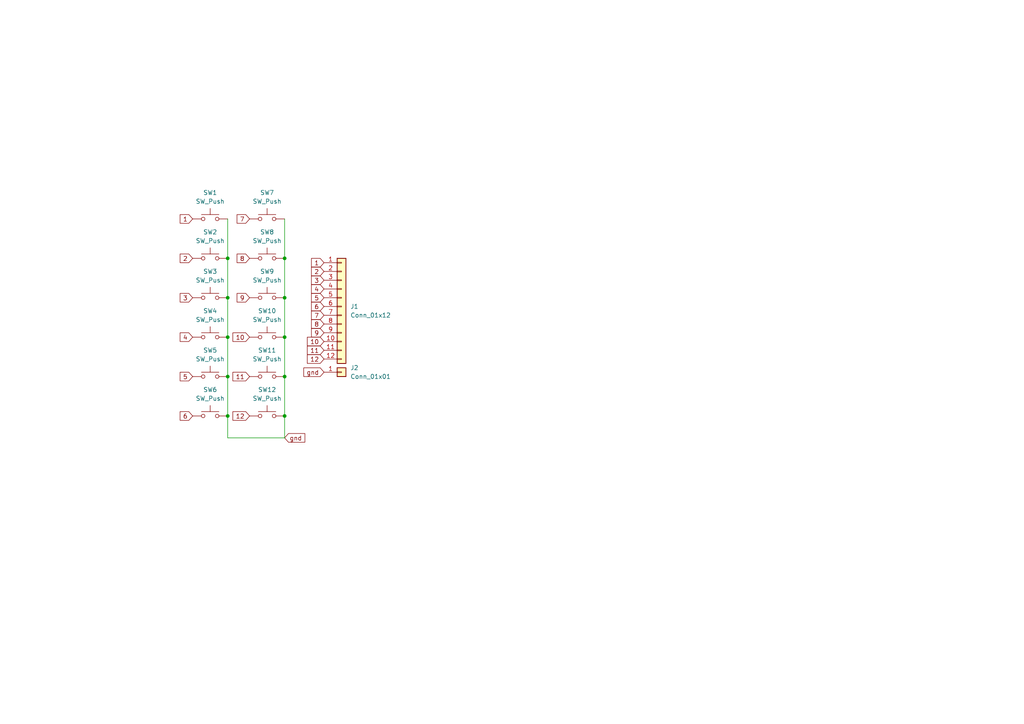
<source format=kicad_sch>
(kicad_sch (version 20250114) (generator "eeschema") (generator_version "9.0")
  (paper "A4")
  (lib_symbols
    (symbol "Connector_Generic:Conn_01x01" (pin_names (offset 1.016) (hide yes))
      (property "Reference" "J" (at 0 2.54 0))
      (property "Value" "Conn_01x01" (at 0 -2.54 0))
      (symbol "Conn_01x01_1_1"
        (rectangle (start -1.27 1.27) (end 1.27 -1.27) (stroke (width 0.254)) (fill (type background)))
        (rectangle (start -1.27 0.127) (end 0 -0.127) (stroke (width 0.1524)))
        (pin passive line (at -5.08 0 0) (length 3.81) (name "Pin_1") (number "1"))
      )
    )
    (symbol "Connector_Generic:Conn_01x12" (pin_names (offset 1.016) (hide yes))
      (property "Reference" "J" (at 0 15.24 0))
      (property "Value" "Conn_01x12" (at 0 -17.78 0))
      (symbol "Conn_01x12_1_1"
        (rectangle (start -1.27 13.97) (end 1.27 -16.51) (stroke (width 0.254)) (fill (type background)))
        (rectangle (start -1.27 12.827) (end 0 12.573) (stroke (width 0.1524)))
        (rectangle (start -1.27 10.287) (end 0 10.033) (stroke (width 0.1524)))
        (rectangle (start -1.27 7.747) (end 0 7.493) (stroke (width 0.1524)))
        (rectangle (start -1.27 5.207) (end 0 4.953) (stroke (width 0.1524)))
        (rectangle (start -1.27 2.667) (end 0 2.413) (stroke (width 0.1524)))
        (rectangle (start -1.27 0.127) (end 0 -0.127) (stroke (width 0.1524)))
        (rectangle (start -1.27 -2.413) (end 0 -2.667) (stroke (width 0.1524)))
        (rectangle (start -1.27 -4.953) (end 0 -5.207) (stroke (width 0.1524)))
        (rectangle (start -1.27 -7.493) (end 0 -7.747) (stroke (width 0.1524)))
        (rectangle (start -1.27 -10.033) (end 0 -10.287) (stroke (width 0.1524)))
        (rectangle (start -1.27 -12.573) (end 0 -12.827) (stroke (width 0.1524)))
        (rectangle (start -1.27 -15.113) (end 0 -15.367) (stroke (width 0.1524)))
        (pin passive line (at -5.08 12.7 0) (length 3.81) (name "Pin_1") (number "1"))
        (pin passive line (at -5.08 10.16 0) (length 3.81) (name "Pin_2") (number "2"))
        (pin passive line (at -5.08 7.62 0) (length 3.81) (name "Pin_3") (number "3"))
        (pin passive line (at -5.08 5.08 0) (length 3.81) (name "Pin_4") (number "4"))
        (pin passive line (at -5.08 2.54 0) (length 3.81) (name "Pin_5") (number "5"))
        (pin passive line (at -5.08 0 0) (length 3.81) (name "Pin_6") (number "6"))
        (pin passive line (at -5.08 -2.54 0) (length 3.81) (name "Pin_7") (number "7"))
        (pin passive line (at -5.08 -5.08 0) (length 3.81) (name "Pin_8") (number "8"))
        (pin passive line (at -5.08 -7.62 0) (length 3.81) (name "Pin_9") (number "9"))
        (pin passive line (at -5.08 -10.16 0) (length 3.81) (name "Pin_10") (number "10"))
        (pin passive line (at -5.08 -12.7 0) (length 3.81) (name "Pin_11") (number "11"))
        (pin passive line (at -5.08 -15.24 0) (length 3.81) (name "Pin_12") (number "12"))
      )
    )
    (symbol "Switch:SW_Push" (pin_numbers (hide yes)) (pin_names (offset 1.016) (hide yes))
      (property "Reference" "SW" (at 1.27 2.54 0))
      (property "Value" "SW_Push" (at 0 -1.524 0))
      (symbol "SW_Push_0_1"
        (circle (center -2.032 0) (radius 0.508))
        (polyline (pts (xy 0 1.27) (xy 0 3.048)))
        (circle (center 2.032 0) (radius 0.508))
        (polyline (pts (xy 2.54 1.27) (xy -2.54 1.27)))
        (pin passive line (at -5.08 0 0) (length 2.54) (name "1") (number "1"))
        (pin passive line (at 5.08 0 180) (length 2.54) (name "2") (number "2"))
      )
    )
  )
  (junction (at 66.04 74.93))
  (junction (at 66.04 120.65))
  (junction (at 82.55 109.22))
  (junction (at 66.04 109.22))
  (junction (at 66.04 97.79))
  (junction (at 82.55 120.65))
  (junction (at 82.55 97.79))
  (junction (at 66.04 86.36))
  (junction (at 82.55 74.93))
  (junction (at 82.55 86.36))
  (wire (pts (xy 82.55 109.22) (xy 82.55 120.65)))
  (wire (pts (xy 66.04 97.79) (xy 66.04 109.22)))
  (wire (pts (xy 82.55 74.93) (xy 82.55 86.36)))
  (wire (pts (xy 66.04 120.65) (xy 66.04 127)))
  (wire (pts (xy 82.55 86.36) (xy 82.55 97.79)))
  (wire (pts (xy 82.55 63.5) (xy 82.55 74.93)))
  (wire (pts (xy 66.04 74.93) (xy 66.04 86.36)))
  (wire (pts (xy 66.04 109.22) (xy 66.04 120.65)))
  (wire (pts (xy 82.55 97.79) (xy 82.55 109.22)))
  (wire (pts (xy 66.04 63.5) (xy 66.04 74.93)))
  (wire (pts (xy 82.55 120.65) (xy 82.55 127)))
  (wire (pts (xy 82.55 127) (xy 66.04 127)))
  (wire (pts (xy 66.04 86.36) (xy 66.04 97.79)))
  (global_label "3" (shape input) (at 93.98 81.28 180) (property "Intersheetrefs" "${INTERSHEET_REFS}" (effects (hide yes))))
  (global_label "4" (shape input) (at 93.98 83.82 180) (property "Intersheetrefs" "${INTERSHEET_REFS}" (effects (hide yes))))
  (global_label "6" (shape input) (at 93.98 88.9 180) (property "Intersheetrefs" "${INTERSHEET_REFS}" (effects (hide yes))))
  (global_label "7" (shape input) (at 93.98 91.44 180) (property "Intersheetrefs" "${INTERSHEET_REFS}" (effects (hide yes))))
  (global_label "9" (shape input) (at 72.39 86.36 180) (property "Intersheetrefs" "${INTERSHEET_REFS}" (effects (hide yes))))
  (global_label "1" (shape input) (at 55.88 63.5 180) (property "Intersheetrefs" "${INTERSHEET_REFS}" (effects (hide yes))))
  (global_label "5" (shape input) (at 55.88 109.22 180) (property "Intersheetrefs" "${INTERSHEET_REFS}" (effects (hide yes))))
  (global_label "2" (shape input) (at 93.98 78.74 180) (property "Intersheetrefs" "${INTERSHEET_REFS}" (effects (hide yes))))
  (global_label "2" (shape input) (at 55.88 74.93 180) (property "Intersheetrefs" "${INTERSHEET_REFS}" (effects (hide yes))))
  (global_label "9" (shape input) (at 93.98 96.52 180) (property "Intersheetrefs" "${INTERSHEET_REFS}" (effects (hide yes))))
  (global_label "12" (shape input) (at 93.98 104.14 180) (property "Intersheetrefs" "${INTERSHEET_REFS}" (effects (hide yes))))
  (global_label "8" (shape input) (at 93.98 93.98 180) (property "Intersheetrefs" "${INTERSHEET_REFS}" (effects (hide yes))))
  (global_label "8" (shape input) (at 72.39 74.93 180) (property "Intersheetrefs" "${INTERSHEET_REFS}" (effects (hide yes))))
  (global_label "gnd" (shape input) (at 93.98 107.95 180) (property "Intersheetrefs" "${INTERSHEET_REFS}" (effects (hide yes))))
  (global_label "10" (shape input) (at 72.39 97.79 180) (property "Intersheetrefs" "${INTERSHEET_REFS}" (effects (hide yes))))
  (global_label "7" (shape input) (at 72.39 63.5 180) (property "Intersheetrefs" "${INTERSHEET_REFS}" (effects (hide yes))))
  (global_label "5" (shape input) (at 93.98 86.36 180) (property "Intersheetrefs" "${INTERSHEET_REFS}" (effects (hide yes))))
  (global_label "11" (shape input) (at 72.39 109.22 180) (property "Intersheetrefs" "${INTERSHEET_REFS}" (effects (hide yes))))
  (global_label "3" (shape input) (at 55.88 86.36 180) (property "Intersheetrefs" "${INTERSHEET_REFS}" (effects (hide yes))))
  (global_label "6" (shape input) (at 55.88 120.65 180) (property "Intersheetrefs" "${INTERSHEET_REFS}" (effects (hide yes))))
  (global_label "4" (shape input) (at 55.88 97.79 180) (property "Intersheetrefs" "${INTERSHEET_REFS}" (effects (hide yes))))
  (global_label "1" (shape input) (at 93.98 76.2 180) (property "Intersheetrefs" "${INTERSHEET_REFS}" (effects (hide yes))))
  (global_label "gnd" (shape input) (at 82.55 127 0) (property "Intersheetrefs" "${INTERSHEET_REFS}" (effects (hide yes))))
  (global_label "11" (shape input) (at 93.98 101.6 180) (property "Intersheetrefs" "${INTERSHEET_REFS}" (effects (hide yes))))
  (global_label "10" (shape input) (at 93.98 99.06 180) (property "Intersheetrefs" "${INTERSHEET_REFS}" (effects (hide yes))))
  (global_label "12" (shape input) (at 72.39 120.65 180) (property "Intersheetrefs" "${INTERSHEET_REFS}" (effects (hide yes))))
  (symbol (lib_id "Switch:SW_Push") (at 77.47 120.65 0) (unit 1)
    (property "Reference" "SW12" (at 77.47 113.03 0))
    (property "Value" "SW_Push" (at 77.47 115.57 0))
    (property "Footprint" "BrownSugar_KBD:Kailh_Choc_V1" (effects (hide yes)))
    (property "Description" "Push button switch, generic, two pins" (effects (hide yes)))
  )
  (symbol (lib_id "Switch:SW_Push") (at 60.96 109.22 0) (unit 1)
    (property "Reference" "SW5" (at 60.96 101.6 0))
    (property "Value" "SW_Push" (at 60.96 104.14 0))
    (property "Footprint" "BrownSugar_KBD:Kailh_Choc_V1" (effects (hide yes)))
    (property "Description" "Push button switch, generic, two pins" (effects (hide yes)))
  )
  (symbol (lib_id "Switch:SW_Push") (at 60.96 120.65 0) (unit 1)
    (property "Reference" "SW6" (at 60.96 113.03 0))
    (property "Value" "SW_Push" (at 60.96 115.57 0))
    (property "Footprint" "BrownSugar_KBD:Kailh_Choc_V1" (effects (hide yes)))
    (property "Description" "Push button switch, generic, two pins" (effects (hide yes)))
  )
  (symbol (lib_id "Switch:SW_Push") (at 60.96 63.5 0) (unit 1)
    (property "Reference" "SW1" (at 60.96 55.88 0))
    (property "Value" "SW_Push" (at 60.96 58.42 0))
    (property "Footprint" "BrownSugar_KBD:Kailh_Choc_V1" (effects (hide yes)))
    (property "Description" "Push button switch, generic, two pins" (effects (hide yes)))
  )
  (symbol (lib_id "Switch:SW_Push") (at 77.47 109.22 0) (unit 1)
    (property "Reference" "SW11" (at 77.47 101.6 0))
    (property "Value" "SW_Push" (at 77.47 104.14 0))
    (property "Footprint" "BrownSugar_KBD:Kailh_Choc_V1" (effects (hide yes)))
    (property "Description" "Push button switch, generic, two pins" (effects (hide yes)))
  )
  (symbol (lib_id "Switch:SW_Push") (at 77.47 63.5 0) (unit 1)
    (property "Reference" "SW7" (at 77.47 55.88 0))
    (property "Value" "SW_Push" (at 77.47 58.42 0))
    (property "Footprint" "BrownSugar_KBD:Kailh_Choc_V1" (effects (hide yes)))
    (property "Description" "Push button switch, generic, two pins" (effects (hide yes)))
  )
  (symbol (lib_id "Switch:SW_Push") (at 77.47 97.79 0) (unit 1)
    (property "Reference" "SW10" (at 77.47 90.17 0))
    (property "Value" "SW_Push" (at 77.47 92.71 0))
    (property "Footprint" "BrownSugar_KBD:Kailh_Choc_V1" (effects (hide yes)))
    (property "Description" "Push button switch, generic, two pins" (effects (hide yes)))
  )
  (symbol (lib_id "Switch:SW_Push") (at 60.96 86.36 0) (unit 1)
    (property "Reference" "SW3" (at 60.96 78.74 0))
    (property "Value" "SW_Push" (at 60.96 81.28 0))
    (property "Footprint" "BrownSugar_KBD:Kailh_Choc_V1" (effects (hide yes)))
    (property "Description" "Push button switch, generic, two pins" (effects (hide yes)))
  )
  (symbol (lib_id "Switch:SW_Push") (at 77.47 86.36 0) (unit 1)
    (property "Reference" "SW9" (at 77.47 78.74 0))
    (property "Value" "SW_Push" (at 77.47 81.28 0))
    (property "Footprint" "BrownSugar_KBD:Kailh_Choc_V1" (effects (hide yes)))
    (property "Description" "Push button switch, generic, two pins" (effects (hide yes)))
  )
  (symbol (lib_id "Switch:SW_Push") (at 60.96 74.93 0) (unit 1)
    (property "Reference" "SW2" (at 60.96 67.31 0))
    (property "Value" "SW_Push" (at 60.96 69.85 0))
    (property "Footprint" "BrownSugar_KBD:Kailh_Choc_V1" (effects (hide yes)))
    (property "Description" "Push button switch, generic, two pins" (effects (hide yes)))
  )
  (symbol (lib_id "Connector_Generic:Conn_01x01") (at 99.06 107.95 0) (unit 1)
    (property "Reference" "J2" (at 101.6 106.6799 0) (effects (justify left)))
    (property "Value" "Conn_01x01" (at 101.6 109.2199 0) (effects (justify left)))
    (property "Footprint" "Connector_PinHeader_2.54mm:PinHeader_1x01_P2.54mm_Vertical" (effects (hide yes)))
    (property "Description" "Generic connector, single row, 01x01, script generated (kicad-library-utils/schlib/autogen/connector/)" (effects (hide yes)))
  )
  (symbol (lib_id "Switch:SW_Push") (at 60.96 97.79 0) (unit 1)
    (property "Reference" "SW4" (at 60.96 90.17 0))
    (property "Value" "SW_Push" (at 60.96 92.71 0))
    (property "Footprint" "BrownSugar_KBD:Kailh_Choc_V1" (effects (hide yes)))
    (property "Description" "Push button switch, generic, two pins" (effects (hide yes)))
  )
  (symbol (lib_id "Connector_Generic:Conn_01x12") (at 99.06 88.9 0) (unit 1)
    (property "Reference" "J1" (at 101.6 88.8999 0) (effects (justify left)))
    (property "Value" "Conn_01x12" (at 101.6 91.4399 0) (effects (justify left)))
    (property "Footprint" "Connector_PinHeader_2.54mm:PinHeader_1x12_P2.54mm_Vertical" (effects (hide yes)))
    (property "Description" "Generic connector, single row, 01x12, script generated (kicad-library-utils/schlib/autogen/connector/)" (effects (hide yes)))
  )
  (symbol (lib_id "Switch:SW_Push") (at 77.47 74.93 0) (unit 1)
    (property "Reference" "SW8" (at 77.47 67.31 0))
    (property "Value" "SW_Push" (at 77.47 69.85 0))
    (property "Footprint" "BrownSugar_KBD:Kailh_Choc_V1" (effects (hide yes)))
    (property "Description" "Push button switch, generic, two pins" (effects (hide yes)))
  )
)
</source>
